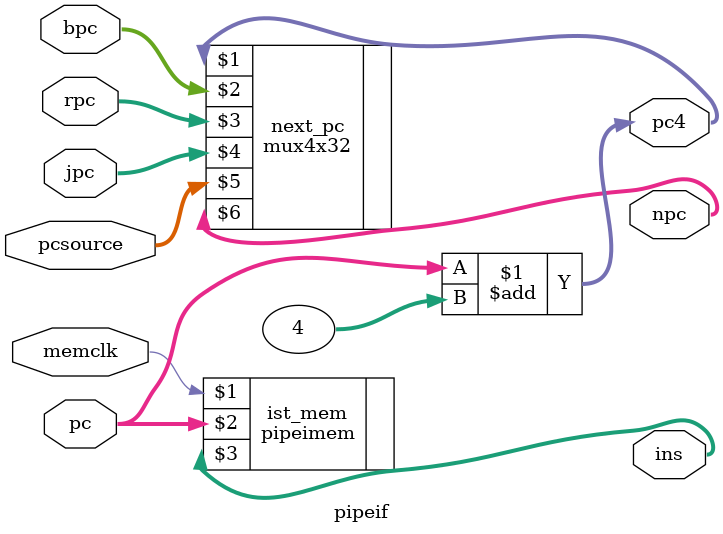
<source format=v>
`timescale 1ns / 1ps
module pipeif (memclk, pcsource, pc, bpc, rpc, jpc, npc, pc4, ins);
    input memclk;
    input [31:0] pc, bpc, rpc, jpc;
    input [1:0] pcsource;
    output [31:0] npc, pc4, ins;
    mux4x32 next_pc (pc4, bpc, rpc, jpc, pcsource, npc);
    assign pc4 = pc + 32'h4;
    pipeimem ist_mem(memclk, pc, ins);

endmodule
</source>
